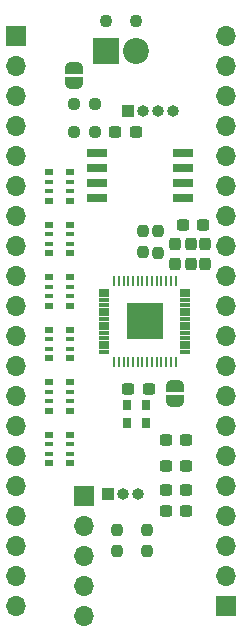
<source format=gbr>
%TF.GenerationSoftware,KiCad,Pcbnew,(6.0.0)*%
%TF.CreationDate,2023-01-28T16:33:02+01:00*%
%TF.ProjectId,MH106Enhanced,4d483130-3645-46e6-9861-6e6365642e6b,1*%
%TF.SameCoordinates,PX5255c88PY54c81a0*%
%TF.FileFunction,Soldermask,Top*%
%TF.FilePolarity,Negative*%
%FSLAX46Y46*%
G04 Gerber Fmt 4.6, Leading zero omitted, Abs format (unit mm)*
G04 Created by KiCad (PCBNEW (6.0.0)) date 2023-01-28 16:33:02*
%MOMM*%
%LPD*%
G01*
G04 APERTURE LIST*
G04 Aperture macros list*
%AMRoundRect*
0 Rectangle with rounded corners*
0 $1 Rounding radius*
0 $2 $3 $4 $5 $6 $7 $8 $9 X,Y pos of 4 corners*
0 Add a 4 corners polygon primitive as box body*
4,1,4,$2,$3,$4,$5,$6,$7,$8,$9,$2,$3,0*
0 Add four circle primitives for the rounded corners*
1,1,$1+$1,$2,$3*
1,1,$1+$1,$4,$5*
1,1,$1+$1,$6,$7*
1,1,$1+$1,$8,$9*
0 Add four rect primitives between the rounded corners*
20,1,$1+$1,$2,$3,$4,$5,0*
20,1,$1+$1,$4,$5,$6,$7,0*
20,1,$1+$1,$6,$7,$8,$9,0*
20,1,$1+$1,$8,$9,$2,$3,0*%
%AMFreePoly0*
4,1,22,0.500000,-0.750000,0.000000,-0.750000,0.000000,-0.745033,-0.079941,-0.743568,-0.215256,-0.701293,-0.333266,-0.622738,-0.424486,-0.514219,-0.481581,-0.384460,-0.499164,-0.250000,-0.500000,-0.250000,-0.500000,0.250000,-0.499164,0.250000,-0.499963,0.256109,-0.478152,0.396186,-0.417904,0.524511,-0.324060,0.630769,-0.204165,0.706417,-0.067858,0.745374,0.000000,0.744959,0.000000,0.750000,
0.500000,0.750000,0.500000,-0.750000,0.500000,-0.750000,$1*%
%AMFreePoly1*
4,1,20,0.000000,0.744959,0.073905,0.744508,0.209726,0.703889,0.328688,0.626782,0.421226,0.519385,0.479903,0.390333,0.500000,0.250000,0.500000,-0.250000,0.499851,-0.262216,0.476331,-0.402017,0.414519,-0.529596,0.319384,-0.634700,0.198574,-0.708877,0.061801,-0.746166,0.000000,-0.745033,0.000000,-0.750000,-0.500000,-0.750000,-0.500000,0.750000,0.000000,0.750000,0.000000,0.744959,
0.000000,0.744959,$1*%
G04 Aperture macros list end*
%ADD10R,1.700000X1.700000*%
%ADD11O,1.700000X1.700000*%
%ADD12RoundRect,0.237500X0.300000X0.237500X-0.300000X0.237500X-0.300000X-0.237500X0.300000X-0.237500X0*%
%ADD13RoundRect,0.237500X0.237500X-0.250000X0.237500X0.250000X-0.237500X0.250000X-0.237500X-0.250000X0*%
%ADD14FreePoly0,270.000000*%
%ADD15FreePoly1,270.000000*%
%ADD16R,0.800000X0.500000*%
%ADD17R,0.800000X0.400000*%
%ADD18C,1.100000*%
%ADD19C,2.200000*%
%ADD20R,2.200000X2.200000*%
%ADD21RoundRect,0.237500X-0.300000X-0.237500X0.300000X-0.237500X0.300000X0.237500X-0.300000X0.237500X0*%
%ADD22R,1.000000X1.000000*%
%ADD23O,1.000000X1.000000*%
%ADD24R,1.700000X0.650000*%
%ADD25RoundRect,0.237500X0.237500X-0.300000X0.237500X0.300000X-0.237500X0.300000X-0.237500X-0.300000X0*%
%ADD26RoundRect,0.006000X-0.414000X-0.094000X0.414000X-0.094000X0.414000X0.094000X-0.414000X0.094000X0*%
%ADD27RoundRect,0.020000X-0.080000X-0.400000X0.080000X-0.400000X0.080000X0.400000X-0.080000X0.400000X0*%
%ADD28R,3.100000X3.100000*%
%ADD29FreePoly1,90.000000*%
%ADD30FreePoly0,90.000000*%
%ADD31RoundRect,0.237500X0.250000X0.237500X-0.250000X0.237500X-0.250000X-0.237500X0.250000X-0.237500X0*%
%ADD32R,0.650000X0.850000*%
%ADD33RoundRect,0.237500X-0.250000X-0.237500X0.250000X-0.237500X0.250000X0.237500X-0.250000X0.237500X0*%
G04 APERTURE END LIST*
D10*
%TO.C,J6*%
X8305800Y11912600D03*
D11*
X8305800Y9372600D03*
X8305800Y6832600D03*
X8305800Y4292600D03*
X8305800Y1752600D03*
%TD*%
D12*
%TO.C,C13*%
X16998100Y12420600D03*
X15273100Y12420600D03*
%TD*%
%TO.C,C14*%
X16998100Y14452600D03*
X15273100Y14452600D03*
%TD*%
%TO.C,C8*%
X13815400Y20955000D03*
X12090400Y20955000D03*
%TD*%
D13*
%TO.C,R6*%
X13635200Y7215500D03*
X13635200Y9040500D03*
%TD*%
D14*
%TO.C,JP2*%
X7465400Y48163000D03*
D15*
X7465400Y46863000D03*
%TD*%
D16*
%TO.C,RN1*%
X7137400Y39300000D03*
D17*
X7137400Y38500000D03*
X7137400Y37700000D03*
D16*
X7137400Y36900000D03*
X5337400Y36900000D03*
D17*
X5337400Y37700000D03*
X5337400Y38500000D03*
D16*
X5337400Y39300000D03*
%TD*%
D13*
%TO.C,R2*%
X13360400Y32512000D03*
X13360400Y34337000D03*
%TD*%
D16*
%TO.C,RN3*%
X5337400Y30410000D03*
D17*
X5337400Y29610000D03*
X5337400Y28810000D03*
D16*
X5337400Y28010000D03*
X7137400Y28010000D03*
D17*
X7137400Y28810000D03*
X7137400Y29610000D03*
D16*
X7137400Y30410000D03*
%TD*%
D18*
%TO.C,J3*%
X12725400Y52070000D03*
X10185400Y52070000D03*
D19*
X12725400Y49530000D03*
D20*
X10185400Y49530000D03*
%TD*%
D13*
%TO.C,R5*%
X11125200Y7215500D03*
X11125200Y9040500D03*
%TD*%
D21*
%TO.C,C1*%
X11000400Y42672000D03*
X12725400Y42672000D03*
%TD*%
D16*
%TO.C,RN2*%
X5337400Y34855000D03*
D17*
X5337400Y34055000D03*
X5337400Y33255000D03*
D16*
X5337400Y32455000D03*
X7137400Y32455000D03*
D17*
X7137400Y33255000D03*
X7137400Y34055000D03*
D16*
X7137400Y34855000D03*
%TD*%
D22*
%TO.C,J5*%
X10390400Y12065000D03*
D23*
X11660400Y12065000D03*
X12930400Y12065000D03*
%TD*%
D24*
%TO.C,U6*%
X9423400Y40894000D03*
X9423400Y39624000D03*
X9423400Y38354000D03*
X9423400Y37084000D03*
X16723400Y37084000D03*
X16723400Y38354000D03*
X16723400Y39624000D03*
X16723400Y40894000D03*
%TD*%
D12*
%TO.C,C4*%
X18440400Y34798000D03*
X16715400Y34798000D03*
%TD*%
D16*
%TO.C,RN4*%
X5337400Y25965000D03*
D17*
X5337400Y25165000D03*
X5337400Y24365000D03*
D16*
X5337400Y23565000D03*
X7137400Y23565000D03*
D17*
X7137400Y24365000D03*
X7137400Y25165000D03*
D16*
X7137400Y25965000D03*
%TD*%
D25*
%TO.C,C7*%
X18592800Y31521400D03*
X18592800Y33246400D03*
%TD*%
D12*
%TO.C,C15*%
X16998100Y16611600D03*
X15273100Y16611600D03*
%TD*%
D26*
%TO.C,U1*%
X10052400Y29270000D03*
X10052400Y28870000D03*
X10052400Y28470000D03*
X10052400Y28070000D03*
X10052400Y27670000D03*
X10052400Y27270000D03*
X10052400Y26870000D03*
X10052400Y26470000D03*
X10052400Y26070000D03*
X10052400Y25670000D03*
X10052400Y25270000D03*
X10052400Y24870000D03*
X10052400Y24470000D03*
X10052400Y24070000D03*
D27*
X10887400Y23235000D03*
X11287400Y23235000D03*
X11687400Y23235000D03*
X12087400Y23235000D03*
X12487400Y23235000D03*
X12887400Y23235000D03*
X13287400Y23235000D03*
X13687400Y23235000D03*
X14087400Y23235000D03*
X14487400Y23235000D03*
X14887400Y23235000D03*
X15287400Y23235000D03*
X15687400Y23235000D03*
X16087400Y23235000D03*
D26*
X16922400Y24070000D03*
X16922400Y24470000D03*
X16922400Y24870000D03*
X16922400Y25270000D03*
X16922400Y25670000D03*
X16922400Y26070000D03*
X16922400Y26470000D03*
X16922400Y26870000D03*
X16922400Y27270000D03*
X16922400Y27670000D03*
X16922400Y28070000D03*
X16922400Y28470000D03*
X16922400Y28870000D03*
X16922400Y29270000D03*
D27*
X16087400Y30105000D03*
X15687400Y30105000D03*
X15287400Y30105000D03*
X14887400Y30105000D03*
X14487400Y30105000D03*
X14087400Y30105000D03*
X13687400Y30105000D03*
X13287400Y30105000D03*
X12887400Y30105000D03*
X12487400Y30105000D03*
X12087400Y30105000D03*
X11687400Y30105000D03*
X11287400Y30105000D03*
X10887400Y30105000D03*
D28*
X13487400Y26670000D03*
%TD*%
D13*
%TO.C,R1*%
X14630400Y32488500D03*
X14630400Y34313500D03*
%TD*%
D25*
%TO.C,C3*%
X16078200Y31521400D03*
X16078200Y33246400D03*
%TD*%
D29*
%TO.C,JP1*%
X16078200Y21234400D03*
D30*
X16078200Y19934400D03*
%TD*%
D31*
%TO.C,R3*%
X9296400Y45085000D03*
X7471400Y45085000D03*
%TD*%
D32*
%TO.C,U7*%
X13613400Y19584000D03*
X11963400Y19584000D03*
X11963400Y18034000D03*
X13613400Y18034000D03*
%TD*%
D16*
%TO.C,RN6*%
X5337400Y17075000D03*
D17*
X5337400Y16275000D03*
X5337400Y15475000D03*
D16*
X5337400Y14675000D03*
X7137400Y14675000D03*
D17*
X7137400Y15475000D03*
X7137400Y16275000D03*
D16*
X7137400Y17075000D03*
%TD*%
D12*
%TO.C,C12*%
X16966100Y10642600D03*
X15241100Y10642600D03*
%TD*%
D33*
%TO.C,R4*%
X7471400Y42672000D03*
X9296400Y42672000D03*
%TD*%
D22*
%TO.C,J4*%
X12090400Y44450000D03*
D23*
X13360400Y44450000D03*
X14630400Y44450000D03*
X15900400Y44450000D03*
%TD*%
D16*
%TO.C,RN5*%
X5337400Y21520000D03*
D17*
X5337400Y20720000D03*
X5337400Y19920000D03*
D16*
X5337400Y19120000D03*
X7137400Y19120000D03*
D17*
X7137400Y19920000D03*
X7137400Y20720000D03*
D16*
X7137400Y21520000D03*
%TD*%
D25*
%TO.C,C2*%
X17373600Y31521400D03*
X17373600Y33246400D03*
%TD*%
D10*
%TO.C,J2*%
X20345400Y2540000D03*
D11*
X20345400Y5080000D03*
X20345400Y7620000D03*
X20345400Y10160000D03*
X20345400Y12700000D03*
X20345400Y15240000D03*
X20345400Y17780000D03*
X20345400Y20320000D03*
X20345400Y22860000D03*
X20345400Y25400000D03*
X20345400Y27940000D03*
X20345400Y30480000D03*
X20345400Y33020000D03*
X20345400Y35560000D03*
X20345400Y38100000D03*
X20345400Y40640000D03*
X20345400Y43180000D03*
X20345400Y45720000D03*
X20345400Y48260000D03*
X20345400Y50800000D03*
%TD*%
D10*
%TO.C,J1*%
X2565400Y50800000D03*
D11*
X2565400Y48260000D03*
X2565400Y45720000D03*
X2565400Y43180000D03*
X2565400Y40640000D03*
X2565400Y38100000D03*
X2565400Y35560000D03*
X2565400Y33020000D03*
X2565400Y30480000D03*
X2565400Y27940000D03*
X2565400Y25400000D03*
X2565400Y22860000D03*
X2565400Y20320000D03*
X2565400Y17780000D03*
X2565400Y15240000D03*
X2565400Y12700000D03*
X2565400Y10160000D03*
X2565400Y7620000D03*
X2565400Y5080000D03*
X2565400Y2540000D03*
%TD*%
M02*

</source>
